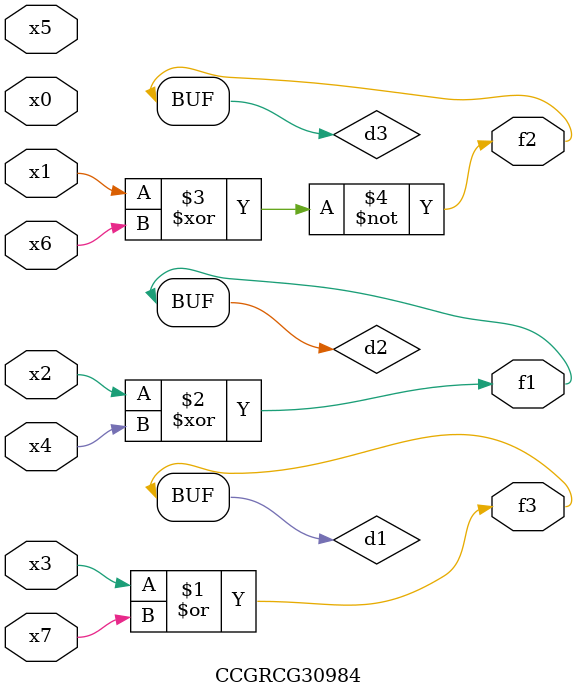
<source format=v>
module CCGRCG30984(
	input x0, x1, x2, x3, x4, x5, x6, x7,
	output f1, f2, f3
);

	wire d1, d2, d3;

	or (d1, x3, x7);
	xor (d2, x2, x4);
	xnor (d3, x1, x6);
	assign f1 = d2;
	assign f2 = d3;
	assign f3 = d1;
endmodule

</source>
